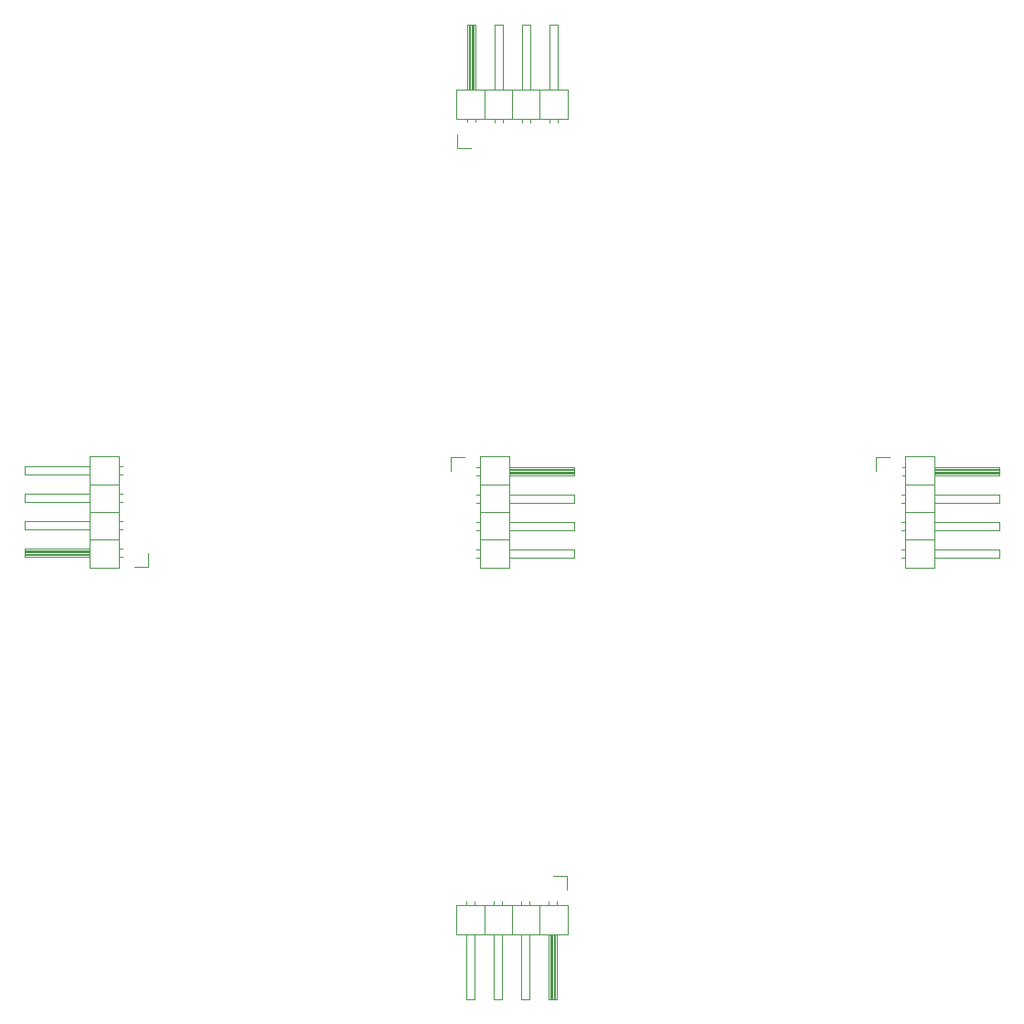
<source format=gbr>
%TF.GenerationSoftware,KiCad,Pcbnew,(6.0.0)*%
%TF.CreationDate,2022-11-17T23:24:08+01:00*%
%TF.ProjectId,Mora,4d6f7261-2e6b-4696-9361-645f70636258,rev?*%
%TF.SameCoordinates,Original*%
%TF.FileFunction,Legend,Top*%
%TF.FilePolarity,Positive*%
%FSLAX46Y46*%
G04 Gerber Fmt 4.6, Leading zero omitted, Abs format (unit mm)*
G04 Created by KiCad (PCBNEW (6.0.0)) date 2022-11-17 23:24:08*
%MOMM*%
%LPD*%
G01*
G04 APERTURE LIST*
%ADD10C,0.120000*%
G04 APERTURE END LIST*
D10*
%TO.C,M5*%
X132869999Y-41560000D02*
X143149999Y-41560000D01*
X143149999Y-41560000D02*
X143149999Y-38900000D01*
X143149999Y-38900000D02*
X132869999Y-38900000D01*
X132869999Y-38900000D02*
X132869999Y-41560000D01*
X133819999Y-38900000D02*
X133819999Y-32900000D01*
X133819999Y-32900000D02*
X134579999Y-32900000D01*
X134579999Y-32900000D02*
X134579999Y-38900000D01*
X133879999Y-38900000D02*
X133879999Y-32900000D01*
X133999999Y-38900000D02*
X133999999Y-32900000D01*
X134119999Y-38900000D02*
X134119999Y-32900000D01*
X134239999Y-38900000D02*
X134239999Y-32900000D01*
X134359999Y-38900000D02*
X134359999Y-32900000D01*
X134479999Y-38900000D02*
X134479999Y-32900000D01*
X133819999Y-41890000D02*
X133819999Y-41560000D01*
X134579999Y-41890000D02*
X134579999Y-41560000D01*
X135469999Y-41560000D02*
X135469999Y-38900000D01*
X136359999Y-38900000D02*
X136359999Y-32900000D01*
X136359999Y-32900000D02*
X137119999Y-32900000D01*
X137119999Y-32900000D02*
X137119999Y-38900000D01*
X136359999Y-41957071D02*
X136359999Y-41560000D01*
X137119999Y-41957071D02*
X137119999Y-41560000D01*
X138009999Y-41560000D02*
X138009999Y-38900000D01*
X138899999Y-38900000D02*
X138899999Y-32900000D01*
X138899999Y-32900000D02*
X139659999Y-32900000D01*
X139659999Y-32900000D02*
X139659999Y-38900000D01*
X138899999Y-41957071D02*
X138899999Y-41560000D01*
X139659999Y-41957071D02*
X139659999Y-41560000D01*
X140549999Y-41560000D02*
X140549999Y-38900000D01*
X141439999Y-38900000D02*
X141439999Y-32900000D01*
X141439999Y-32900000D02*
X142199999Y-32900000D01*
X142199999Y-32900000D02*
X142199999Y-38900000D01*
X141439999Y-41957071D02*
X141439999Y-41560000D01*
X142199999Y-41957071D02*
X142199999Y-41560000D01*
X134199999Y-44270000D02*
X132929999Y-44270000D01*
X132929999Y-44270000D02*
X132929999Y-43000000D01*
%TO.C,M4*%
X101559999Y-83130000D02*
X101559999Y-72850000D01*
X101559999Y-72850000D02*
X98899999Y-72850000D01*
X98899999Y-72850000D02*
X98899999Y-83130000D01*
X98899999Y-83130000D02*
X101559999Y-83130000D01*
X98899999Y-82180000D02*
X92899999Y-82180000D01*
X92899999Y-82180000D02*
X92899999Y-81420000D01*
X92899999Y-81420000D02*
X98899999Y-81420000D01*
X98899999Y-82120000D02*
X92899999Y-82120000D01*
X98899999Y-82000000D02*
X92899999Y-82000000D01*
X98899999Y-81880000D02*
X92899999Y-81880000D01*
X98899999Y-81760000D02*
X92899999Y-81760000D01*
X98899999Y-81640000D02*
X92899999Y-81640000D01*
X98899999Y-81520000D02*
X92899999Y-81520000D01*
X101889999Y-82180000D02*
X101559999Y-82180000D01*
X101889999Y-81420000D02*
X101559999Y-81420000D01*
X101559999Y-80530000D02*
X98899999Y-80530000D01*
X98899999Y-79640000D02*
X92899999Y-79640000D01*
X92899999Y-79640000D02*
X92899999Y-78880000D01*
X92899999Y-78880000D02*
X98899999Y-78880000D01*
X101957070Y-79640000D02*
X101559999Y-79640000D01*
X101957070Y-78880000D02*
X101559999Y-78880000D01*
X101559999Y-77990000D02*
X98899999Y-77990000D01*
X98899999Y-77100000D02*
X92899999Y-77100000D01*
X92899999Y-77100000D02*
X92899999Y-76340000D01*
X92899999Y-76340000D02*
X98899999Y-76340000D01*
X101957070Y-77100000D02*
X101559999Y-77100000D01*
X101957070Y-76340000D02*
X101559999Y-76340000D01*
X101559999Y-75450000D02*
X98899999Y-75450000D01*
X98899999Y-74560000D02*
X92899999Y-74560000D01*
X92899999Y-74560000D02*
X92899999Y-73800000D01*
X92899999Y-73800000D02*
X98899999Y-73800000D01*
X101957070Y-74560000D02*
X101559999Y-74560000D01*
X101957070Y-73800000D02*
X101559999Y-73800000D01*
X104269999Y-81800000D02*
X104269999Y-83070000D01*
X104269999Y-83070000D02*
X102999999Y-83070000D01*
%TO.C,M3*%
X143069999Y-111730000D02*
X143069999Y-113000000D01*
X141799999Y-111730000D02*
X143069999Y-111730000D01*
X133799999Y-114042929D02*
X133799999Y-114440000D01*
X134559999Y-114042929D02*
X134559999Y-114440000D01*
X133799999Y-123100000D02*
X133799999Y-117100000D01*
X134559999Y-123100000D02*
X133799999Y-123100000D01*
X134559999Y-117100000D02*
X134559999Y-123100000D01*
X135449999Y-114440000D02*
X135449999Y-117100000D01*
X136339999Y-114042929D02*
X136339999Y-114440000D01*
X137099999Y-114042929D02*
X137099999Y-114440000D01*
X136339999Y-123100000D02*
X136339999Y-117100000D01*
X137099999Y-123100000D02*
X136339999Y-123100000D01*
X137099999Y-117100000D02*
X137099999Y-123100000D01*
X137989999Y-114440000D02*
X137989999Y-117100000D01*
X138879999Y-114042929D02*
X138879999Y-114440000D01*
X139639999Y-114042929D02*
X139639999Y-114440000D01*
X138879999Y-123100000D02*
X138879999Y-117100000D01*
X139639999Y-123100000D02*
X138879999Y-123100000D01*
X139639999Y-117100000D02*
X139639999Y-123100000D01*
X140529999Y-114440000D02*
X140529999Y-117100000D01*
X141419999Y-114110000D02*
X141419999Y-114440000D01*
X142179999Y-114110000D02*
X142179999Y-114440000D01*
X141519999Y-117100000D02*
X141519999Y-123100000D01*
X141639999Y-117100000D02*
X141639999Y-123100000D01*
X141759999Y-117100000D02*
X141759999Y-123100000D01*
X141879999Y-117100000D02*
X141879999Y-123100000D01*
X141999999Y-117100000D02*
X141999999Y-123100000D01*
X142119999Y-117100000D02*
X142119999Y-123100000D01*
X141419999Y-123100000D02*
X141419999Y-117100000D01*
X142179999Y-123100000D02*
X141419999Y-123100000D01*
X142179999Y-117100000D02*
X142179999Y-123100000D01*
X143129999Y-117100000D02*
X143129999Y-114440000D01*
X132849999Y-117100000D02*
X143129999Y-117100000D01*
X132849999Y-114440000D02*
X132849999Y-117100000D01*
X143129999Y-114440000D02*
X132849999Y-114440000D01*
%TO.C,M2*%
X171729999Y-72930000D02*
X172999999Y-72930000D01*
X171729999Y-74200000D02*
X171729999Y-72930000D01*
X174042928Y-82200000D02*
X174439999Y-82200000D01*
X174042928Y-81440000D02*
X174439999Y-81440000D01*
X183099999Y-82200000D02*
X177099999Y-82200000D01*
X183099999Y-81440000D02*
X183099999Y-82200000D01*
X177099999Y-81440000D02*
X183099999Y-81440000D01*
X174439999Y-80550000D02*
X177099999Y-80550000D01*
X174042928Y-79660000D02*
X174439999Y-79660000D01*
X174042928Y-78900000D02*
X174439999Y-78900000D01*
X183099999Y-79660000D02*
X177099999Y-79660000D01*
X183099999Y-78900000D02*
X183099999Y-79660000D01*
X177099999Y-78900000D02*
X183099999Y-78900000D01*
X174439999Y-78010000D02*
X177099999Y-78010000D01*
X174042928Y-77120000D02*
X174439999Y-77120000D01*
X174042928Y-76360000D02*
X174439999Y-76360000D01*
X183099999Y-77120000D02*
X177099999Y-77120000D01*
X183099999Y-76360000D02*
X183099999Y-77120000D01*
X177099999Y-76360000D02*
X183099999Y-76360000D01*
X174439999Y-75470000D02*
X177099999Y-75470000D01*
X174109999Y-74580000D02*
X174439999Y-74580000D01*
X174109999Y-73820000D02*
X174439999Y-73820000D01*
X177099999Y-74480000D02*
X183099999Y-74480000D01*
X177099999Y-74360000D02*
X183099999Y-74360000D01*
X177099999Y-74240000D02*
X183099999Y-74240000D01*
X177099999Y-74120000D02*
X183099999Y-74120000D01*
X177099999Y-74000000D02*
X183099999Y-74000000D01*
X177099999Y-73880000D02*
X183099999Y-73880000D01*
X183099999Y-74580000D02*
X177099999Y-74580000D01*
X183099999Y-73820000D02*
X183099999Y-74580000D01*
X177099999Y-73820000D02*
X183099999Y-73820000D01*
X177099999Y-72870000D02*
X174439999Y-72870000D01*
X177099999Y-83150000D02*
X177099999Y-72870000D01*
X174439999Y-83150000D02*
X177099999Y-83150000D01*
X174439999Y-72870000D02*
X174439999Y-83150000D01*
%TO.C,M1*%
X132354999Y-72930000D02*
X133624999Y-72930000D01*
X132354999Y-74200000D02*
X132354999Y-72930000D01*
X134667928Y-82200000D02*
X135064999Y-82200000D01*
X134667928Y-81440000D02*
X135064999Y-81440000D01*
X143724999Y-82200000D02*
X137724999Y-82200000D01*
X143724999Y-81440000D02*
X143724999Y-82200000D01*
X137724999Y-81440000D02*
X143724999Y-81440000D01*
X135064999Y-80550000D02*
X137724999Y-80550000D01*
X134667928Y-79660000D02*
X135064999Y-79660000D01*
X134667928Y-78900000D02*
X135064999Y-78900000D01*
X143724999Y-79660000D02*
X137724999Y-79660000D01*
X143724999Y-78900000D02*
X143724999Y-79660000D01*
X137724999Y-78900000D02*
X143724999Y-78900000D01*
X135064999Y-78010000D02*
X137724999Y-78010000D01*
X134667928Y-77120000D02*
X135064999Y-77120000D01*
X134667928Y-76360000D02*
X135064999Y-76360000D01*
X143724999Y-77120000D02*
X137724999Y-77120000D01*
X143724999Y-76360000D02*
X143724999Y-77120000D01*
X137724999Y-76360000D02*
X143724999Y-76360000D01*
X135064999Y-75470000D02*
X137724999Y-75470000D01*
X134734999Y-74580000D02*
X135064999Y-74580000D01*
X134734999Y-73820000D02*
X135064999Y-73820000D01*
X137724999Y-74480000D02*
X143724999Y-74480000D01*
X137724999Y-74360000D02*
X143724999Y-74360000D01*
X137724999Y-74240000D02*
X143724999Y-74240000D01*
X137724999Y-74120000D02*
X143724999Y-74120000D01*
X137724999Y-74000000D02*
X143724999Y-74000000D01*
X137724999Y-73880000D02*
X143724999Y-73880000D01*
X143724999Y-74580000D02*
X137724999Y-74580000D01*
X143724999Y-73820000D02*
X143724999Y-74580000D01*
X137724999Y-73820000D02*
X143724999Y-73820000D01*
X137724999Y-72870000D02*
X135064999Y-72870000D01*
X137724999Y-83150000D02*
X137724999Y-72870000D01*
X135064999Y-83150000D02*
X137724999Y-83150000D01*
X135064999Y-72870000D02*
X135064999Y-83150000D01*
%TD*%
M02*

</source>
